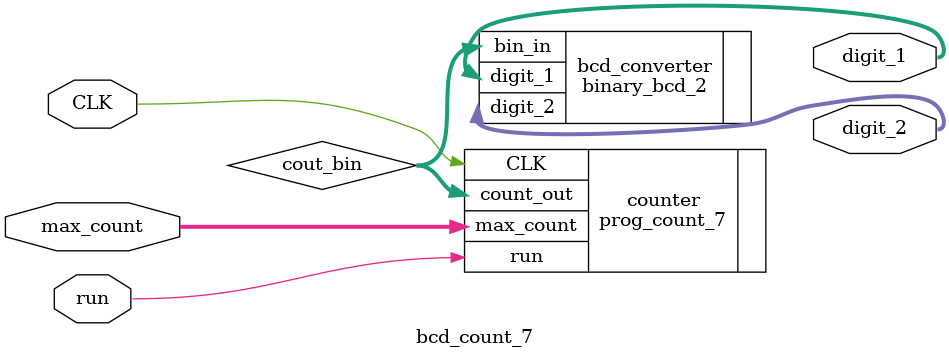
<source format=v>

module bcd_count_7(max_count, CLK, run, digit_1, digit_2);

  input [6:0] max_count;
  input CLK, run;
  output [3:0] digit_1;
  output [3:0] digit_2;
  
  wire [6:0] cout_bin;
  

  // TODO: Wires and registers for interconnect if needed

  // Programmable 7-bit counter module
  prog_count_7 counter(
			.max_count(max_count), 
			.run(run), 
			.CLK(CLK), 
			.count_out(cout_bin)
  );
  // Binary-to-BCD Converter for converting count_out to BCD
  binary_bcd_2 bcd_converter(
					.bin_in(cout_bin),
			      .digit_1(digit_1), 
			      .digit_2(digit_2)
  );

endmodule
</source>
